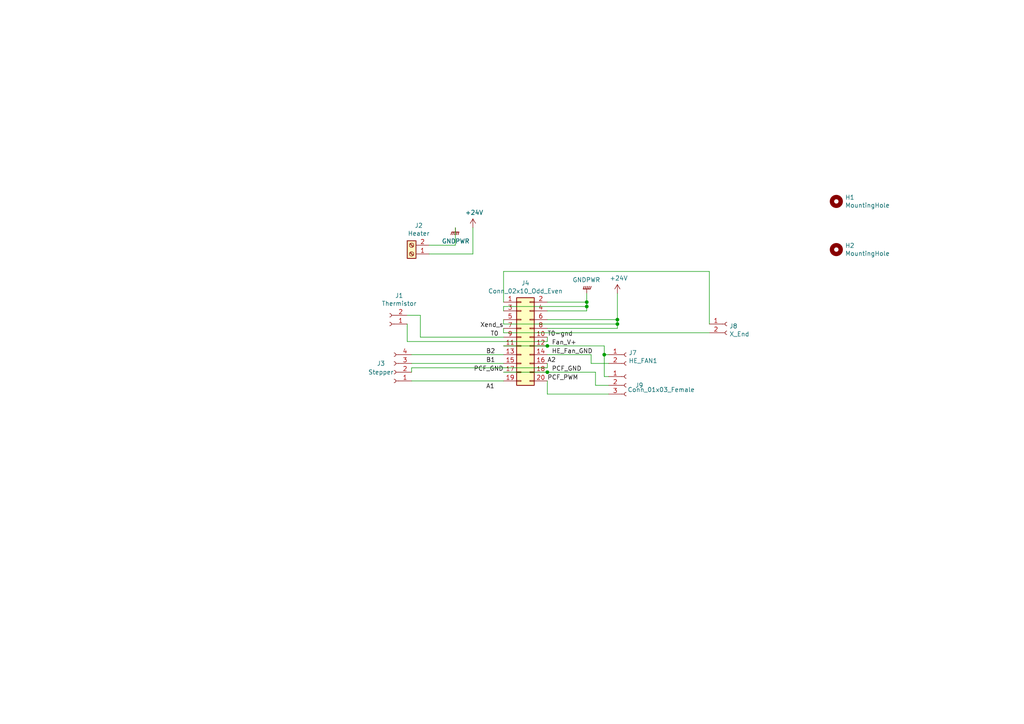
<source format=kicad_sch>
(kicad_sch (version 20211123) (generator eeschema)
  (paper "A4")
  (lib_symbols
    (symbol "Connector:Conn_01x02_Female" (pin_names (offset 1.016) hide)
      (property "Reference" "J" (at 0 2.54 0))
      (property "Value" "Conn_01x02_Female" (at 0 -5.08 0))
      (symbol "Conn_01x02_Female_1_1"
        (arc (start 0 -2.032) (mid -0.508 -2.54) (end 0 -3.048) (stroke (width 0.1524)))
        (polyline (pts (xy -1.27 -2.54) (xy -0.508 -2.54)) (stroke (width 0.1524)))
        (polyline (pts (xy -1.27 0) (xy -0.508 0)) (stroke (width 0.1524)))
        (arc (start 0 0.508) (mid -0.508 0) (end 0 -0.508) (stroke (width 0.1524)))
        (pin passive line (at -5.08 0 0) (length 3.81) (name "Pin_1") (number "1"))
        (pin passive line (at -5.08 -2.54 0) (length 3.81) (name "Pin_2") (number "2"))
      )
    )
    (symbol "Connector:Conn_01x03_Female" (pin_names (offset 1.016) hide)
      (property "Reference" "J" (at 0 5.08 0))
      (property "Value" "Conn_01x03_Female" (at 0 -5.08 0))
      (symbol "Conn_01x03_Female_1_1"
        (arc (start 0 -2.032) (mid -0.508 -2.54) (end 0 -3.048) (stroke (width 0.1524)))
        (polyline (pts (xy -1.27 -2.54) (xy -0.508 -2.54)) (stroke (width 0.1524)))
        (polyline (pts (xy -1.27 0) (xy -0.508 0)) (stroke (width 0.1524)))
        (polyline (pts (xy -1.27 2.54) (xy -0.508 2.54)) (stroke (width 0.1524)))
        (arc (start 0 0.508) (mid -0.508 0) (end 0 -0.508) (stroke (width 0.1524)))
        (arc (start 0 3.048) (mid -0.508 2.54) (end 0 2.032) (stroke (width 0.1524)))
        (pin passive line (at -5.08 2.54 0) (length 3.81) (name "Pin_1") (number "1"))
        (pin passive line (at -5.08 0 0) (length 3.81) (name "Pin_2") (number "2"))
        (pin passive line (at -5.08 -2.54 0) (length 3.81) (name "Pin_3") (number "3"))
      )
    )
    (symbol "Connector:Conn_01x04_Female" (pin_names (offset 1.016) hide)
      (property "Reference" "J" (at 0 5.08 0))
      (property "Value" "Conn_01x04_Female" (at 0 -7.62 0))
      (symbol "Conn_01x04_Female_1_1"
        (arc (start 0 -4.572) (mid -0.508 -5.08) (end 0 -5.588) (stroke (width 0.1524)))
        (arc (start 0 -2.032) (mid -0.508 -2.54) (end 0 -3.048) (stroke (width 0.1524)))
        (polyline (pts (xy -1.27 -5.08) (xy -0.508 -5.08)) (stroke (width 0.1524)))
        (polyline (pts (xy -1.27 -2.54) (xy -0.508 -2.54)) (stroke (width 0.1524)))
        (polyline (pts (xy -1.27 0) (xy -0.508 0)) (stroke (width 0.1524)))
        (polyline (pts (xy -1.27 2.54) (xy -0.508 2.54)) (stroke (width 0.1524)))
        (arc (start 0 0.508) (mid -0.508 0) (end 0 -0.508) (stroke (width 0.1524)))
        (arc (start 0 3.048) (mid -0.508 2.54) (end 0 2.032) (stroke (width 0.1524)))
        (pin passive line (at -5.08 2.54 0) (length 3.81) (name "Pin_1") (number "1"))
        (pin passive line (at -5.08 0 0) (length 3.81) (name "Pin_2") (number "2"))
        (pin passive line (at -5.08 -2.54 0) (length 3.81) (name "Pin_3") (number "3"))
        (pin passive line (at -5.08 -5.08 0) (length 3.81) (name "Pin_4") (number "4"))
      )
    )
    (symbol "Connector:Screw_Terminal_01x02" (pin_names (offset 1.016) hide)
      (property "Reference" "J" (at 0 2.54 0))
      (property "Value" "Screw_Terminal_01x02" (at 0 -5.08 0))
      (symbol "Screw_Terminal_01x02_1_1"
        (rectangle (start -1.27 1.27) (end 1.27 -3.81) (stroke (width 0.254)) (fill (type background)))
        (circle (center 0 -2.54) (radius 0.635) (stroke (width 0.1524)))
        (polyline (pts (xy -0.5334 -2.2098) (xy 0.3302 -3.048)) (stroke (width 0.1524)))
        (polyline (pts (xy -0.5334 0.3302) (xy 0.3302 -0.508)) (stroke (width 0.1524)))
        (polyline (pts (xy -0.3556 -2.032) (xy 0.508 -2.8702)) (stroke (width 0.1524)))
        (polyline (pts (xy -0.3556 0.508) (xy 0.508 -0.3302)) (stroke (width 0.1524)))
        (circle (center 0 0) (radius 0.635) (stroke (width 0.1524)))
        (pin passive line (at -5.08 0 0) (length 3.81) (name "Pin_1") (number "1"))
        (pin passive line (at -5.08 -2.54 0) (length 3.81) (name "Pin_2") (number "2"))
      )
    )
    (symbol "Connector_Generic:Conn_02x10_Odd_Even" (pin_names (offset 1.016) hide)
      (property "Reference" "J" (at 1.27 12.7 0))
      (property "Value" "Conn_02x10_Odd_Even" (at 1.27 -15.24 0))
      (symbol "Conn_02x10_Odd_Even_1_1"
        (rectangle (start -1.27 -12.573) (end 0 -12.827) (stroke (width 0.1524)))
        (rectangle (start -1.27 -10.033) (end 0 -10.287) (stroke (width 0.1524)))
        (rectangle (start -1.27 -7.493) (end 0 -7.747) (stroke (width 0.1524)))
        (rectangle (start -1.27 -4.953) (end 0 -5.207) (stroke (width 0.1524)))
        (rectangle (start -1.27 -2.413) (end 0 -2.667) (stroke (width 0.1524)))
        (rectangle (start -1.27 0.127) (end 0 -0.127) (stroke (width 0.1524)))
        (rectangle (start -1.27 2.667) (end 0 2.413) (stroke (width 0.1524)))
        (rectangle (start -1.27 5.207) (end 0 4.953) (stroke (width 0.1524)))
        (rectangle (start -1.27 7.747) (end 0 7.493) (stroke (width 0.1524)))
        (rectangle (start -1.27 10.287) (end 0 10.033) (stroke (width 0.1524)))
        (rectangle (start -1.27 11.43) (end 3.81 -13.97) (stroke (width 0.254)) (fill (type background)))
        (rectangle (start 3.81 -12.573) (end 2.54 -12.827) (stroke (width 0.1524)))
        (rectangle (start 3.81 -10.033) (end 2.54 -10.287) (stroke (width 0.1524)))
        (rectangle (start 3.81 -7.493) (end 2.54 -7.747) (stroke (width 0.1524)))
        (rectangle (start 3.81 -4.953) (end 2.54 -5.207) (stroke (width 0.1524)))
        (rectangle (start 3.81 -2.413) (end 2.54 -2.667) (stroke (width 0.1524)))
        (rectangle (start 3.81 0.127) (end 2.54 -0.127) (stroke (width 0.1524)))
        (rectangle (start 3.81 2.667) (end 2.54 2.413) (stroke (width 0.1524)))
        (rectangle (start 3.81 5.207) (end 2.54 4.953) (stroke (width 0.1524)))
        (rectangle (start 3.81 7.747) (end 2.54 7.493) (stroke (width 0.1524)))
        (rectangle (start 3.81 10.287) (end 2.54 10.033) (stroke (width 0.1524)))
        (pin passive line (at -5.08 10.16 0) (length 3.81) (name "Pin_1") (number "1"))
        (pin passive line (at 7.62 0 180) (length 3.81) (name "Pin_10") (number "10"))
        (pin passive line (at -5.08 -2.54 0) (length 3.81) (name "Pin_11") (number "11"))
        (pin passive line (at 7.62 -2.54 180) (length 3.81) (name "Pin_12") (number "12"))
        (pin passive line (at -5.08 -5.08 0) (length 3.81) (name "Pin_13") (number "13"))
        (pin passive line (at 7.62 -5.08 180) (length 3.81) (name "Pin_14") (number "14"))
        (pin passive line (at -5.08 -7.62 0) (length 3.81) (name "Pin_15") (number "15"))
        (pin passive line (at 7.62 -7.62 180) (length 3.81) (name "Pin_16") (number "16"))
        (pin passive line (at -5.08 -10.16 0) (length 3.81) (name "Pin_17") (number "17"))
        (pin passive line (at 7.62 -10.16 180) (length 3.81) (name "Pin_18") (number "18"))
        (pin passive line (at -5.08 -12.7 0) (length 3.81) (name "Pin_19") (number "19"))
        (pin passive line (at 7.62 10.16 180) (length 3.81) (name "Pin_2") (number "2"))
        (pin passive line (at 7.62 -12.7 180) (length 3.81) (name "Pin_20") (number "20"))
        (pin passive line (at -5.08 7.62 0) (length 3.81) (name "Pin_3") (number "3"))
        (pin passive line (at 7.62 7.62 180) (length 3.81) (name "Pin_4") (number "4"))
        (pin passive line (at -5.08 5.08 0) (length 3.81) (name "Pin_5") (number "5"))
        (pin passive line (at 7.62 5.08 180) (length 3.81) (name "Pin_6") (number "6"))
        (pin passive line (at -5.08 2.54 0) (length 3.81) (name "Pin_7") (number "7"))
        (pin passive line (at 7.62 2.54 180) (length 3.81) (name "Pin_8") (number "8"))
        (pin passive line (at -5.08 0 0) (length 3.81) (name "Pin_9") (number "9"))
      )
    )
    (symbol "Mechanical:MountingHole" (pin_names (offset 1.016))
      (property "Reference" "H" (at 0 5.08 0))
      (property "Value" "MountingHole" (at 0 3.175 0))
      (symbol "MountingHole_0_1"
        (circle (center 0 0) (radius 1.27) (stroke (width 1.27)))
      )
    )
    (symbol "power:+24V" (power) (pin_names (offset 0))
      (property "Value" "+24V" (at 0 3.556 0))
      (symbol "+24V_0_1"
        (polyline (pts (xy -0.762 1.27) (xy 0 2.54)))
        (polyline (pts (xy 0 0) (xy 0 2.54)))
        (polyline (pts (xy 0 2.54) (xy 0.762 1.27)))
      )
      (symbol "+24V_1_1"
        (pin power_in line (at 0 0 90) (length 0) hide (name "+24V") (number "1"))
      )
    )
    (symbol "power:GNDPWR" (power) (pin_names (offset 0))
      (property "Value" "GNDPWR" (at 0 -3.302 0))
      (symbol "GNDPWR_0_1"
        (polyline (pts (xy 0 -1.27) (xy 0 0)))
        (polyline (pts (xy -1.016 -1.27) (xy -1.27 -2.032) (xy -1.27 -2.032)) (stroke (width 0.2032)))
        (polyline (pts (xy -0.508 -1.27) (xy -0.762 -2.032) (xy -0.762 -2.032)) (stroke (width 0.2032)))
        (polyline (pts (xy 0 -1.27) (xy -0.254 -2.032) (xy -0.254 -2.032)) (stroke (width 0.2032)))
        (polyline (pts (xy 0.508 -1.27) (xy 0.254 -2.032) (xy 0.254 -2.032)) (stroke (width 0.2032)))
        (polyline (pts (xy 1.016 -1.27) (xy -1.016 -1.27) (xy -1.016 -1.27)) (stroke (width 0.2032)))
        (polyline (pts (xy 1.016 -1.27) (xy 0.762 -2.032) (xy 0.762 -2.032) (xy 0.762 -2.032)) (stroke (width 0.2032)))
      )
      (symbol "GNDPWR_1_1"
        (pin power_in line (at 0 0 270) (length 0) hide (name "GNDPWR") (number "1"))
      )
    )
  )
  (junction (at 179.07 93.98))
  (junction (at 158.75 100.33))
  (junction (at 158.75 107.95))
  (junction (at 175.26 102.87))
  (junction (at 170.18 88.9))
  (junction (at 170.18 87.63))
  (junction (at 179.07 92.71))
  (wire (pts (xy 170.18 85.09) (xy 170.18 87.63)))
  (wire (pts (xy 121.92 97.79) (xy 121.92 91.44)))
  (wire (pts (xy 121.92 91.44) (xy 118.11 91.44)))
  (wire (pts (xy 119.38 110.49) (xy 146.05 110.49)))
  (wire (pts (xy 146.05 95.25) (xy 146.05 96.52)))
  (wire (pts (xy 124.46 73.66) (xy 137.16 73.66)))
  (wire (pts (xy 158.75 105.41) (xy 158.75 106.68)))
  (wire (pts (xy 158.75 107.95) (xy 172.72 107.95)))
  (wire (pts (xy 132.08 71.12) (xy 132.08 66.04)))
  (wire (pts (xy 158.75 90.17) (xy 170.18 90.17)))
  (wire (pts (xy 171.45 105.41) (xy 176.53 105.41)))
  (wire (pts (xy 179.07 93.98) (xy 179.07 92.71)))
  (wire (pts (xy 146.05 107.95) (xy 158.75 107.95)))
  (wire (pts (xy 146.05 78.74) (xy 205.74 78.74)))
  (wire (pts (xy 146.05 93.98) (xy 179.07 93.98)))
  (wire (pts (xy 158.75 114.3) (xy 176.53 114.3)))
  (wire (pts (xy 171.45 102.87) (xy 171.45 105.41)))
  (wire (pts (xy 158.75 106.68) (xy 119.38 106.68)))
  (wire (pts (xy 158.75 99.06) (xy 118.11 99.06)))
  (wire (pts (xy 175.26 109.22) (xy 176.53 109.22)))
  (wire (pts (xy 146.05 87.63) (xy 146.05 78.74)))
  (wire (pts (xy 146.05 90.17) (xy 146.05 88.9)))
  (wire (pts (xy 158.75 102.87) (xy 171.45 102.87)))
  (wire (pts (xy 179.07 85.09) (xy 179.07 92.71)))
  (wire (pts (xy 146.05 100.33) (xy 158.75 100.33)))
  (wire (pts (xy 170.18 90.17) (xy 170.18 88.9)))
  (wire (pts (xy 179.07 95.25) (xy 179.07 93.98)))
  (wire (pts (xy 158.75 110.49) (xy 158.75 114.3)))
  (wire (pts (xy 137.16 73.66) (xy 137.16 66.04)))
  (wire (pts (xy 158.75 95.25) (xy 179.07 95.25)))
  (wire (pts (xy 170.18 88.9) (xy 170.18 87.63)))
  (wire (pts (xy 146.05 92.71) (xy 146.05 93.98)))
  (wire (pts (xy 158.75 92.71) (xy 179.07 92.71)))
  (wire (pts (xy 175.26 102.87) (xy 175.26 109.22)))
  (wire (pts (xy 119.38 105.41) (xy 146.05 105.41)))
  (wire (pts (xy 119.38 106.68) (xy 119.38 107.95)))
  (wire (pts (xy 124.46 71.12) (xy 132.08 71.12)))
  (wire (pts (xy 175.26 100.33) (xy 175.26 102.87)))
  (wire (pts (xy 172.72 107.95) (xy 172.72 111.76)))
  (wire (pts (xy 118.11 99.06) (xy 118.11 93.98)))
  (wire (pts (xy 205.74 78.74) (xy 205.74 93.98)))
  (wire (pts (xy 175.26 102.87) (xy 176.53 102.87)))
  (wire (pts (xy 158.75 100.33) (xy 175.26 100.33)))
  (wire (pts (xy 146.05 96.52) (xy 205.74 96.52)))
  (wire (pts (xy 119.38 102.87) (xy 146.05 102.87)))
  (wire (pts (xy 158.75 97.79) (xy 158.75 99.06)))
  (wire (pts (xy 146.05 88.9) (xy 170.18 88.9)))
  (wire (pts (xy 146.05 97.79) (xy 121.92 97.79)))
  (wire (pts (xy 172.72 111.76) (xy 176.53 111.76)))
  (wire (pts (xy 158.75 87.63) (xy 170.18 87.63)))
  (label "B1" (at 140.97 105.41 0))
  (label "PCF_PWM" (at 158.75 110.49 0))
  (label "A2" (at 158.75 105.41 0))
  (label "Xend_s" (at 146.05 95.25 180))
  (label "A1" (at 140.97 113.03 0))
  (label "T0" (at 142.24 97.79 0))
  (label "B2" (at 140.97 102.87 0))
  (label "PCF_GND" (at 146.05 107.95 180))
  (label "HE_Fan_GND" (at 160.02 102.87 0))
  (label "PCF_GND" (at 160.02 107.95 0))
  (label "T0-gnd" (at 158.75 97.79 0))
  (label "Fan_V+" (at 160.02 100.33 0))
  (symbol (lib_id "Connector_Generic:Conn_02x10_Odd_Even") (at 151.13 97.79 0) (unit 1)
    (property "Reference" "J4" (at 152.4 82.1182 0))
    (property "Value" "Conn_02x10_Odd_Even" (at 152.4 84.4296 0))
    (property "Footprint" "Connector_IDC:IDC-Header_2x10_P2.54mm_Vertical" (effects hide))
  )
  (symbol (lib_id "Connector:Conn_01x02_Female") (at 113.03 93.98 180) (unit 1)
    (property "Reference" "J1" (at 115.7732 85.725 0))
    (property "Value" "Thermistor" (at 115.7732 88.0364 0))
    (property "Footprint" "Connector_JST:JST_XH_B2B-XH-A_1x02_P2.50mm_Vertical" (effects hide))
  )
  (symbol (lib_id "Connector:Conn_01x02_Female") (at 181.61 102.87 0) (unit 1)
    (property "Reference" "J7" (at 182.3212 102.3366 0) (effects (justify left)))
    (property "Value" "HE_FAN1" (at 182.3212 104.648 0) (effects (justify left)))
    (property "Footprint" "Connector_JST:JST_XH_B2B-XH-A_1x02_P2.50mm_Vertical" (effects hide))
  )
  (symbol (lib_id "Connector:Conn_01x02_Female") (at 210.82 93.98 0) (unit 1)
    (property "Reference" "J8" (at 211.5312 94.5896 0) (effects (justify left)))
    (property "Value" "X_End" (at 211.5312 96.901 0) (effects (justify left)))
    (property "Footprint" "Connector_JST:JST_XH_B2B-XH-A_1x02_P2.50mm_Vertical" (effects hide))
  )
  (symbol (lib_id "Connector:Conn_01x04_Female") (at 114.3 107.95 180) (unit 1)
    (property "Reference" "J3" (at 110.49 105.41 0))
    (property "Value" "Stepper" (at 110.49 107.95 0))
    (property "Footprint" "Connector_JST:JST_XH_B4B-XH-A_1x04_P2.50mm_Vertical" (effects hide))
  )
  (symbol (lib_id "Connector:Screw_Terminal_01x02") (at 119.38 73.66 180) (unit 1)
    (property "Reference" "J2" (at 121.4628 65.405 0))
    (property "Value" "Heater" (at 121.4628 67.7164 0))
    (property "Footprint" "SamacSys_Parts:TB00250002BE" (effects hide))
  )
  (symbol (lib_id "Mechanical:MountingHole") (at 242.57 58.42 0) (unit 1)
    (property "Reference" "H1" (at 245.11 57.2516 0) (effects (justify left)))
    (property "Value" "MountingHole" (at 245.11 59.563 0) (effects (justify left)))
    (property "Footprint" "MountingHole:MountingHole_3.2mm_M3" (effects hide))
  )
  (symbol (lib_id "Mechanical:MountingHole") (at 242.57 72.39 0) (unit 1)
    (property "Reference" "H2" (at 245.11 71.2216 0) (effects (justify left)))
    (property "Value" "MountingHole" (at 245.11 73.533 0) (effects (justify left)))
    (property "Footprint" "MountingHole:MountingHole_3.2mm_M3" (effects hide))
  )
  (symbol (lib_id "power:+24V") (at 137.16 66.04 0) (unit 1)
    (property "Reference" "#PWR0105" (effects hide))
    (property "Value" "+24V" (at 137.541 61.6458 0))
  )
  (symbol (lib_id "power:GNDPWR") (at 132.08 66.04 0) (unit 1)
    (property "Reference" "#PWR0106" (effects hide))
    (property "Value" "GNDPWR" (at 132.1816 69.9516 0))
  )
  (symbol (lib_id "power:GNDPWR") (at 170.18 85.09 180) (unit 1)
    (property "Reference" "#PWR0103" (effects hide))
    (property "Value" "GNDPWR" (at 170.0784 81.1784 0))
  )
  (symbol (lib_id "Connector:Conn_01x03_Female") (at 181.61 111.76 0) (unit 1)
    (property "Reference" "J9" (at 185.42 111.76 0))
    (property "Value" "Conn_01x03_Female" (at 191.77 113.03 0))
    (property "Footprint" "Connector_JST:JST_XH_B3B-XH-A_1x03_P2.50mm_Vertical" (effects hide))
  )
  (symbol (lib_id "power:+24V") (at 179.07 85.09 0) (unit 1)
    (property "Reference" "#PWR0104" (effects hide))
    (property "Value" "+24V" (at 179.451 80.6958 0))
  )
)
</source>
